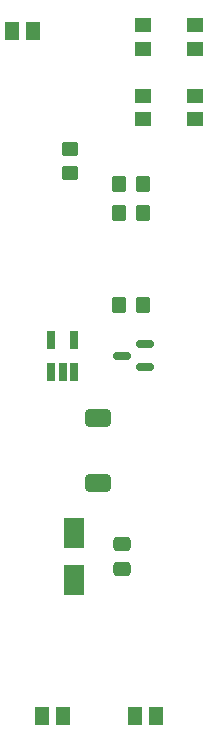
<source format=gtp>
%TF.GenerationSoftware,KiCad,Pcbnew,(6.0.1)*%
%TF.CreationDate,2022-06-17T15:58:33+01:00*%
%TF.ProjectId,luminaire,6c756d69-6e61-4697-9265-2e6b69636164,rev?*%
%TF.SameCoordinates,Original*%
%TF.FileFunction,Paste,Top*%
%TF.FilePolarity,Positive*%
%FSLAX46Y46*%
G04 Gerber Fmt 4.6, Leading zero omitted, Abs format (unit mm)*
G04 Created by KiCad (PCBNEW (6.0.1)) date 2022-06-17 15:58:33*
%MOMM*%
%LPD*%
G01*
G04 APERTURE LIST*
G04 Aperture macros list*
%AMRoundRect*
0 Rectangle with rounded corners*
0 $1 Rounding radius*
0 $2 $3 $4 $5 $6 $7 $8 $9 X,Y pos of 4 corners*
0 Add a 4 corners polygon primitive as box body*
4,1,4,$2,$3,$4,$5,$6,$7,$8,$9,$2,$3,0*
0 Add four circle primitives for the rounded corners*
1,1,$1+$1,$2,$3*
1,1,$1+$1,$4,$5*
1,1,$1+$1,$6,$7*
1,1,$1+$1,$8,$9*
0 Add four rect primitives between the rounded corners*
20,1,$1+$1,$2,$3,$4,$5,0*
20,1,$1+$1,$4,$5,$6,$7,0*
20,1,$1+$1,$6,$7,$8,$9,0*
20,1,$1+$1,$8,$9,$2,$3,0*%
G04 Aperture macros list end*
%ADD10R,1.250000X1.600000*%
%ADD11RoundRect,0.150000X0.587500X0.150000X-0.587500X0.150000X-0.587500X-0.150000X0.587500X-0.150000X0*%
%ADD12RoundRect,0.375000X0.725000X-0.375000X0.725000X0.375000X-0.725000X0.375000X-0.725000X-0.375000X0*%
%ADD13RoundRect,0.250000X0.350000X0.450000X-0.350000X0.450000X-0.350000X-0.450000X0.350000X-0.450000X0*%
%ADD14R,0.650000X1.560000*%
%ADD15R,1.400000X1.200000*%
%ADD16RoundRect,0.250000X0.475000X-0.337500X0.475000X0.337500X-0.475000X0.337500X-0.475000X-0.337500X0*%
%ADD17R,1.800000X2.500000*%
%ADD18RoundRect,0.250000X-0.450000X0.350000X-0.450000X-0.350000X0.450000X-0.350000X0.450000X0.350000X0*%
G04 APERTURE END LIST*
D10*
%TO.C,D9*%
X147000000Y-111000000D03*
X145240000Y-111000000D03*
%TD*%
D11*
%TO.C,Q1*%
X153937500Y-81450000D03*
X153937500Y-79550000D03*
X152062500Y-80500000D03*
%TD*%
D12*
%TO.C,L1*%
X150000000Y-91250000D03*
X150000000Y-85750000D03*
%TD*%
D13*
%TO.C,R1*%
X153800000Y-68400000D03*
X151800000Y-68400000D03*
%TD*%
D14*
%TO.C,U1*%
X146050000Y-81850000D03*
X147000000Y-81850000D03*
X147950000Y-81850000D03*
X147950000Y-79150000D03*
X146050000Y-79150000D03*
%TD*%
D10*
%TO.C,D7*%
X144500000Y-53000000D03*
X142740000Y-53000000D03*
%TD*%
D15*
%TO.C,SW1*%
X158200000Y-60500000D03*
X158200000Y-58500000D03*
X158200000Y-54500000D03*
X158200000Y-52500000D03*
X153800000Y-60500000D03*
X153800000Y-58500000D03*
X153800000Y-54500000D03*
X153800000Y-52500000D03*
%TD*%
D16*
%TO.C,C1*%
X152000000Y-98537500D03*
X152000000Y-96462500D03*
%TD*%
D17*
%TO.C,D1*%
X148000000Y-99500000D03*
X148000000Y-95500000D03*
%TD*%
D10*
%TO.C,D11*%
X154880000Y-111000000D03*
X153120000Y-111000000D03*
%TD*%
D13*
%TO.C,R2*%
X153800000Y-76200000D03*
X151800000Y-76200000D03*
%TD*%
%TO.C,R3*%
X153800000Y-66000000D03*
X151800000Y-66000000D03*
%TD*%
D18*
%TO.C,R4*%
X147600000Y-63000000D03*
X147600000Y-65000000D03*
%TD*%
M02*

</source>
